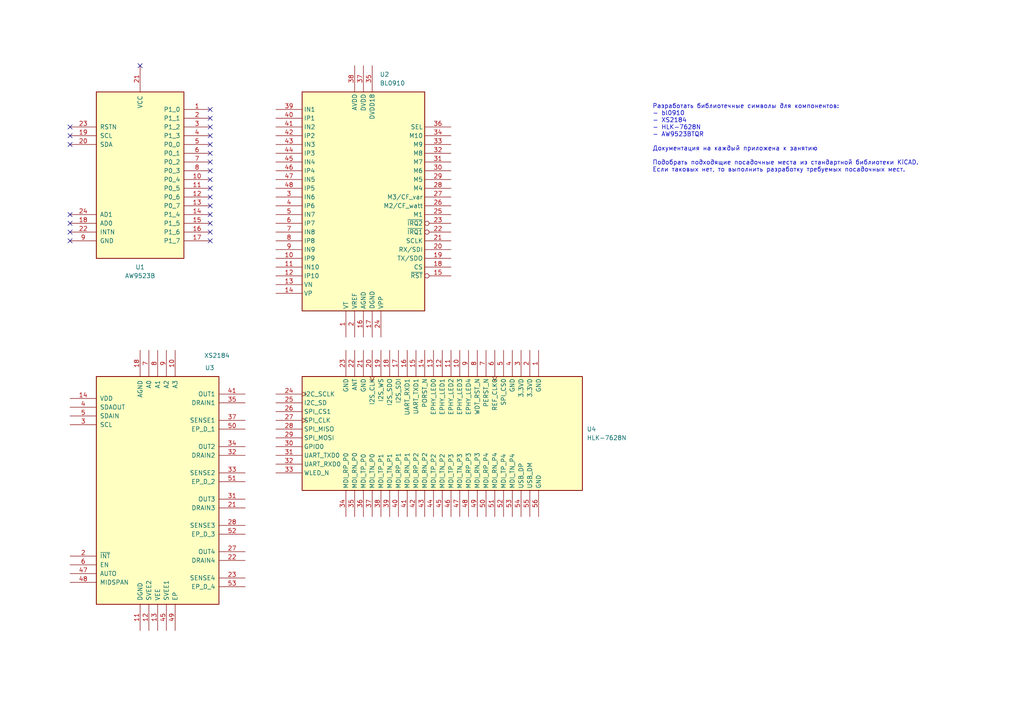
<source format=kicad_sch>
(kicad_sch (version 20231120) (generator "eeschema") (generator_version "8.0")
  (paper "A4")
  (lib_symbols
    (symbol "mipt:AW9523B" (pin_names (offset 1.016))
      (property "Reference" "U" (at 0 -2.54 0))
      (property "Value" "AW9523B" (at 0 2.54 0))
      (symbol "AW9523B_1_0"
        (rectangle (start -12.7 24.13) (end 12.7 -24.13) (stroke (width 0.254)) (fill (type background)))
      )
      (symbol "AW9523B_1_1"
        (pin bidirectional line (at 20.32 19.05 180) (length 7.62) (name "P1_0") (number "1"))
        (pin bidirectional line (at 20.32 -1.27 180) (length 7.62) (name "P0_4") (number "10"))
        (pin bidirectional line (at 20.32 -3.81 180) (length 7.62) (name "P0_5") (number "11"))
        (pin bidirectional line (at 20.32 -6.35 180) (length 7.62) (name "P0_6") (number "12"))
        (pin bidirectional line (at 20.32 -8.89 180) (length 7.62) (name "P0_7") (number "13"))
        (pin bidirectional line (at 20.32 -11.43 180) (length 7.62) (name "P1_4") (number "14"))
        (pin bidirectional line (at 20.32 -13.97 180) (length 7.62) (name "P1_5") (number "15"))
        (pin bidirectional line (at 20.32 -16.51 180) (length 7.62) (name "P1_6") (number "16"))
        (pin bidirectional line (at 20.32 -19.05 180) (length 7.62) (name "P1_7") (number "17"))
        (pin input line (at -20.32 -13.97 0) (length 7.62) (name "AD0") (number "18"))
        (pin input line (at -20.32 11.43 0) (length 7.62) (name "SCL") (number "19"))
        (pin bidirectional line (at 20.32 16.51 180) (length 7.62) (name "P1_1") (number "2"))
        (pin bidirectional line (at -20.32 8.89 0) (length 7.62) (name "SDA") (number "20"))
        (pin power_in line (at 0 31.75 270) (length 7.62) (name "VCC") (number "21"))
        (pin output line (at -20.32 -16.51 0) (length 7.62) (name "INTN") (number "22"))
        (pin input line (at -20.32 13.97 0) (length 7.62) (name "RSTN") (number "23"))
        (pin input line (at -20.32 -11.43 0) (length 7.62) (name "AD1") (number "24"))
        (pin bidirectional line (at 20.32 13.97 180) (length 7.62) (name "P1_2") (number "3"))
        (pin bidirectional line (at 20.32 11.43 180) (length 7.62) (name "P1_3") (number "4"))
        (pin bidirectional line (at 20.32 8.89 180) (length 7.62) (name "P0_0") (number "5"))
        (pin bidirectional line (at 20.32 6.35 180) (length 7.62) (name "P0_1") (number "6"))
        (pin bidirectional line (at 20.32 3.81 180) (length 7.62) (name "P0_2") (number "7"))
        (pin bidirectional line (at 20.32 1.27 180) (length 7.62) (name "P0_3") (number "8"))
        (pin power_in line (at -20.32 -19.05 0) (length 7.62) (name "GND") (number "9"))
      )
    )
    (symbol "mipt:HLK-7628N"
      (property "Reference" "U" (at 42.164 1.016 0))
      (property "Value" "HLK-7628N" (at 47.244 -1.524 0))
      (symbol "HLK-7628N_1_0"
        (rectangle (start -40.64 16.51) (end 40.64 -16.51) (stroke (width 0.254)) (fill (type background)))
      )
      (symbol "HLK-7628N_1_1"
        (pin power_in line (at 27.94 24.13 270) (length 7.62) (name "GND") (number "1"))
        (pin bidirectional line (at 5.08 24.13 270) (length 7.62) (name "EPHY_LED3") (number "10"))
        (pin bidirectional line (at 2.54 24.13 270) (length 7.62) (name "EPHY_LED2") (number "11"))
        (pin bidirectional line (at 0 24.13 270) (length 7.62) (name "EPHY_LED1") (number "12"))
        (pin bidirectional line (at -2.54 24.13 270) (length 7.62) (name "EPHY_LED0") (number "13"))
        (pin bidirectional line (at -5.08 24.13 270) (length 7.62) (name "PORST_N") (number "14"))
        (pin output line (at -7.62 24.13 270) (length 7.62) (name "UART_TXD1") (number "15"))
        (pin input line (at -10.16 24.13 270) (length 7.62) (name "UART_RXD1") (number "16"))
        (pin bidirectional line (at -12.7 24.13 270) (length 7.62) (name "I2S_SDI") (number "17"))
        (pin bidirectional line (at -15.24 24.13 270) (length 7.62) (name "I2S_SDO") (number "18"))
        (pin bidirectional line (at -17.78 24.13 270) (length 7.62) (name "I2S_WS") (number "19"))
        (pin power_in line (at 25.4 24.13 270) (length 7.62) (name "3.3VD") (number "2"))
        (pin bidirectional clock (at -20.32 24.13 270) (length 7.62) (name "I2S_CLK") (number "20"))
        (pin power_in line (at -22.86 24.13 270) (length 7.62) (name "GND") (number "21"))
        (pin bidirectional line (at -25.4 24.13 270) (length 7.62) (name "ANT") (number "22"))
        (pin power_in line (at -27.94 24.13 270) (length 7.62) (name "GND") (number "23"))
        (pin bidirectional clock (at -48.26 11.43 0) (length 7.62) (name "I2C_SCLK") (number "24"))
        (pin bidirectional line (at -48.26 8.89 0) (length 7.62) (name "I2C_SD") (number "25"))
        (pin bidirectional line (at -48.26 6.35 0) (length 7.62) (name "SPI_CS1") (number "26"))
        (pin bidirectional clock (at -48.26 3.81 0) (length 7.62) (name "SPI_CLK") (number "27"))
        (pin bidirectional line (at -48.26 1.27 0) (length 7.62) (name "SPI_MISO") (number "28"))
        (pin bidirectional line (at -48.26 -1.27 0) (length 7.62) (name "SPI_MOSI") (number "29"))
        (pin power_in line (at 22.86 24.13 270) (length 7.62) (name "3.3VD") (number "3"))
        (pin bidirectional line (at -48.26 -3.81 0) (length 7.62) (name "GPIO0") (number "30"))
        (pin output line (at -48.26 -6.35 0) (length 7.62) (name "UART_TXD0") (number "31"))
        (pin input line (at -48.26 -8.89 0) (length 7.62) (name "UART_RXD0") (number "32"))
        (pin bidirectional line (at -48.26 -11.43 0) (length 7.62) (name "WLED_N") (number "33"))
        (pin bidirectional line (at -27.94 -24.13 90) (length 7.62) (name "MDI_RP_P0") (number "34"))
        (pin bidirectional line (at -25.4 -24.13 90) (length 7.62) (name "MDI_RN_P0") (number "35"))
        (pin bidirectional line (at -22.86 -24.13 90) (length 7.62) (name "MDI_TP_P0") (number "36"))
        (pin bidirectional line (at -20.32 -24.13 90) (length 7.62) (name "MDI_TN_P0") (number "37"))
        (pin bidirectional line (at -17.78 -24.13 90) (length 7.62) (name "MDI_TP_P1") (number "38"))
        (pin bidirectional line (at -15.24 -24.13 90) (length 7.62) (name "MDI_TN_P1") (number "39"))
        (pin power_in line (at 20.32 24.13 270) (length 7.62) (name "GND") (number "4"))
        (pin bidirectional line (at -12.7 -24.13 90) (length 7.62) (name "MDI_RP_P1") (number "40"))
        (pin bidirectional line (at -10.16 -24.13 90) (length 7.62) (name "MDI_RN_P1") (number "41"))
        (pin bidirectional line (at -7.62 -24.13 90) (length 7.62) (name "MDI_RP_P2") (number "42"))
        (pin bidirectional line (at -5.08 -24.13 90) (length 7.62) (name "MDI_RN_P2") (number "43"))
        (pin bidirectional line (at -2.54 -24.13 90) (length 7.62) (name "MDI_TP_P2") (number "44"))
        (pin bidirectional line (at 0 -24.13 90) (length 7.62) (name "MDI_TN_P2") (number "45"))
        (pin bidirectional line (at 2.54 -24.13 90) (length 7.62) (name "MDI_TP_P3") (number "46"))
        (pin bidirectional line (at 5.08 -24.13 90) (length 7.62) (name "MDI_TN_P3") (number "47"))
        (pin bidirectional line (at 7.62 -24.13 90) (length 7.62) (name "MDI_RP_P3") (number "48"))
        (pin bidirectional line (at 10.16 -24.13 90) (length 7.62) (name "MDI_RN_P3") (number "49"))
        (pin bidirectional line (at 17.78 24.13 270) (length 7.62) (name "SPI_CS0") (number "5"))
        (pin bidirectional line (at 12.7 -24.13 90) (length 7.62) (name "MDI_RP_P4") (number "50"))
        (pin bidirectional line (at 15.24 -24.13 90) (length 7.62) (name "MDI_RN_P4") (number "51"))
        (pin bidirectional line (at 17.78 -24.13 90) (length 7.62) (name "MDI_TP_P4") (number "52"))
        (pin bidirectional line (at 20.32 -24.13 90) (length 7.62) (name "MDI_TN_P4") (number "53"))
        (pin bidirectional line (at 22.86 -24.13 90) (length 7.62) (name "USB_DP") (number "54"))
        (pin bidirectional line (at 25.4 -24.13 90) (length 7.62) (name "USB_DM") (number "55"))
        (pin power_in line (at 27.94 -24.13 90) (length 7.62) (name "GND") (number "56"))
        (pin bidirectional clock (at 15.24 24.13 270) (length 7.62) (name "REF_CLK0") (number "6"))
        (pin bidirectional line (at 12.7 24.13 270) (length 7.62) (name "PERST_N") (number "7"))
        (pin bidirectional line (at 10.16 24.13 270) (length 7.62) (name "WDT_RST_N") (number "8"))
        (pin bidirectional line (at 7.62 24.13 270) (length 7.62) (name "EPHY_LED4") (number "9"))
      )
    )
    (symbol "mipt:XS2184" (pin_names (offset 1.016))
      (property "Reference" "U" (at 0 -2.54 0))
      (property "Value" "XS2184" (at 0 2.54 0))
      (symbol "XS2184_1_0"
        (rectangle (start -17.78 33.02) (end 17.78 -33.02) (stroke (width 0.254)) (fill (type background)))
      )
      (symbol "XS2184_1_1"
        (pin passive line (at -25.4 0 0) (length 7.62) hide (name "N.C.") (number "1"))
        (pin input line (at 5.08 40.64 270) (length 7.62) (name "A3") (number "10"))
        (pin power_in line (at -5.08 -40.64 90) (length 7.62) (name "DGND") (number "11"))
        (pin power_in line (at -2.54 -40.64 90) (length 7.62) (name "SVEE2") (number "12"))
        (pin power_in line (at 0 -40.64 90) (length 7.62) (name "VEE") (number "13"))
        (pin power_in line (at -25.4 26.67 0) (length 7.62) (name "VDD") (number "14"))
        (pin passive line (at -25.4 0 0) (length 7.62) hide (name "N.C.") (number "15"))
        (pin passive line (at -25.4 0 0) (length 7.62) hide (name "N.C.") (number "16"))
        (pin passive line (at -25.4 0 0) (length 7.62) hide (name "N.C.") (number "17"))
        (pin power_in line (at -5.08 40.64 270) (length 7.62) (name "AGND") (number "18"))
        (pin passive line (at -25.4 0 0) (length 7.62) hide (name "N.C.") (number "19"))
        (pin output line (at -25.4 -19.05 0) (length 7.62) (name "~{INT}") (number "2"))
        (pin passive line (at -25.4 0 0) (length 7.62) hide (name "N.C.") (number "20"))
        (pin output line (at 25.4 -5.08 180) (length 7.62) (name "DRAIN3") (number "21"))
        (pin output line (at 25.4 -20.32 180) (length 7.62) (name "DRAIN4") (number "22"))
        (pin input line (at 25.4 -25.4 180) (length 7.62) (name "SENSE4") (number "23"))
        (pin passive line (at -25.4 0 0) (length 7.62) hide (name "N.C.") (number "24"))
        (pin output line (at 25.4 -22.86 180) (length 7.62) hide (name "DRAIN4") (number "25"))
        (pin output line (at 25.4 -22.86 180) (length 7.62) hide (name "DRAIN4") (number "26"))
        (pin output line (at 25.4 -17.78 180) (length 7.62) (name "OUT4") (number "27"))
        (pin input line (at 25.4 -10.16 180) (length 7.62) (name "SENSE3") (number "28"))
        (pin output line (at 25.4 -7.62 180) (length 7.62) hide (name "DRAIN3") (number "29"))
        (pin bidirectional line (at -25.4 19.05 0) (length 7.62) (name "SCL") (number "3"))
        (pin output line (at 25.4 -7.62 180) (length 7.62) hide (name "DRAIN3") (number "30"))
        (pin output line (at 25.4 -2.54 180) (length 7.62) (name "OUT3") (number "31"))
        (pin output line (at 25.4 10.16 180) (length 7.62) (name "DRAIN2") (number "32"))
        (pin input line (at 25.4 5.08 180) (length 7.62) (name "SENSE2") (number "33"))
        (pin output line (at 25.4 12.7 180) (length 7.62) (name "OUT2") (number "34"))
        (pin output line (at 25.4 25.4 180) (length 7.62) (name "DRAIN1") (number "35"))
        (pin output line (at 25.4 22.86 180) (length 7.62) hide (name "DRAIN1") (number "36"))
        (pin input line (at 25.4 20.32 180) (length 7.62) (name "SENSE1") (number "37"))
        (pin passive line (at -25.4 0 0) (length 7.62) hide (name "N.C.") (number "38"))
        (pin output line (at 25.4 22.86 180) (length 7.62) hide (name "DRAIN1") (number "39"))
        (pin output line (at -25.4 24.13 0) (length 7.62) (name "SDAOUT") (number "4"))
        (pin output line (at 25.4 7.62 180) (length 7.62) hide (name "DRAIN2") (number "40"))
        (pin output line (at 25.4 27.94 180) (length 7.62) (name "OUT1") (number "41"))
        (pin passive line (at -25.4 0 0) (length 7.62) hide (name "N.C.") (number "42"))
        (pin passive line (at -25.4 0 0) (length 7.62) hide (name "N.C.") (number "43"))
        (pin passive line (at -25.4 0 0) (length 7.62) hide (name "N.C.") (number "44"))
        (pin power_in line (at 2.54 -40.64 90) (length 7.62) (name "SVEE1") (number "45"))
        (pin passive line (at -25.4 0 0) (length 7.62) hide (name "N.C.") (number "46"))
        (pin input line (at -25.4 -24.13 0) (length 7.62) (name "AUTO") (number "47"))
        (pin input line (at -25.4 -26.67 0) (length 7.62) (name "MIDSPAN") (number "48"))
        (pin power_in line (at 5.08 -40.64 90) (length 7.62) (name "EP") (number "49"))
        (pin input line (at -25.4 21.59 0) (length 7.62) (name "SDAIN") (number "5"))
        (pin power_in line (at 25.4 17.78 180) (length 7.62) (name "EP_D_1") (number "50"))
        (pin power_in line (at 25.4 2.54 180) (length 7.62) (name "EP_D_2") (number "51"))
        (pin power_in line (at 25.4 -12.7 180) (length 7.62) (name "EP_D_3") (number "52"))
        (pin power_in line (at 25.4 -27.94 180) (length 7.62) (name "EP_D_4") (number "53"))
        (pin input line (at -25.4 -21.59 0) (length 7.62) (name "EN") (number "6"))
        (pin input line (at -2.54 40.64 270) (length 7.62) (name "A0") (number "7"))
        (pin input line (at 0 40.64 270) (length 7.62) (name "A1") (number "8"))
        (pin input line (at 2.54 40.64 270) (length 7.62) (name "A2") (number "9"))
      )
    )
    (symbol "mipt:bl0910"
      (property "Reference" "U" (at 0 1.27 0))
      (property "Value" "BL0910" (at 0 -1.27 0))
      (symbol "bl0910_1_0"
        (rectangle (start -17.78 29.21) (end 17.78 -34.29) (stroke (width 0.254)) (fill (type background)))
      )
      (symbol "bl0910_1_1"
        (pin input line (at -5.08 -41.91 90) (length 7.62) (name "VT") (number "1"))
        (pin input line (at -25.4 -19.05 0) (length 7.62) (name "IP9") (number "10"))
        (pin input line (at -25.4 -21.59 0) (length 7.62) (name "IN10") (number "11"))
        (pin input line (at -25.4 -24.13 0) (length 7.62) (name "IP10") (number "12"))
        (pin input line (at -25.4 -26.67 0) (length 7.62) (name "VN") (number "13"))
        (pin input line (at -25.4 -29.21 0) (length 7.62) (name "VP") (number "14"))
        (pin input inverted (at 25.4 -24.13 180) (length 7.62) (name "~{RST}") (number "15"))
        (pin input line (at 0 -41.91 90) (length 7.62) (name "AGND") (number "16"))
        (pin input line (at 2.54 -41.91 90) (length 7.62) (name "DGND") (number "17"))
        (pin input line (at 25.4 -21.59 180) (length 7.62) (name "CS") (number "18"))
        (pin output line (at 25.4 -19.05 180) (length 7.62) (name "TX/SDO") (number "19"))
        (pin bidirectional line (at -2.54 -41.91 90) (length 7.62) (name "VREF") (number "2"))
        (pin input line (at 25.4 -16.51 180) (length 7.62) (name "RX/SDI") (number "20"))
        (pin input line (at 25.4 -13.97 180) (length 7.62) (name "SCLK") (number "21"))
        (pin output inverted (at 25.4 -11.43 180) (length 7.62) (name "~{IRQ1}") (number "22"))
        (pin output inverted (at 25.4 -8.89 180) (length 7.62) (name "~{IRQ2}") (number "23"))
        (pin input line (at 5.08 -41.91 90) (length 7.62) (name "VPP") (number "24"))
        (pin output line (at 25.4 -6.35 180) (length 7.62) (name "M1") (number "25"))
        (pin output line (at 25.4 -3.81 180) (length 7.62) (name "M2/CF_watt") (number "26"))
        (pin output line (at 25.4 -1.27 180) (length 7.62) (name "M3/CF_var") (number "27"))
        (pin output line (at 25.4 1.27 180) (length 7.62) (name "M4") (number "28"))
        (pin output line (at 25.4 3.81 180) (length 7.62) (name "M5") (number "29"))
        (pin input line (at -25.4 -1.27 0) (length 7.62) (name "IN6") (number "3"))
        (pin output line (at 25.4 6.35 180) (length 7.62) (name "M6") (number "30"))
        (pin output line (at 25.4 8.89 180) (length 7.62) (name "M7") (number "31"))
        (pin output line (at 25.4 11.43 180) (length 7.62) (name "M8") (number "32"))
        (pin output line (at 25.4 13.97 180) (length 7.62) (name "M9") (number "33"))
        (pin output line (at 25.4 16.51 180) (length 7.62) (name "M10") (number "34"))
        (pin bidirectional line (at 2.54 36.83 270) (length 7.62) (name "DVDD18") (number "35"))
        (pin input line (at 25.4 19.05 180) (length 7.62) (name "SEL") (number "36"))
        (pin input line (at 0 36.83 270) (length 7.62) (name "DVDD") (number "37"))
        (pin input line (at -2.54 36.83 270) (length 7.62) (name "AVDD") (number "38"))
        (pin input line (at -25.4 24.13 0) (length 7.62) (name "IN1") (number "39"))
        (pin input line (at -25.4 -3.81 0) (length 7.62) (name "IP6") (number "4"))
        (pin input line (at -25.4 21.59 0) (length 7.62) (name "IP1") (number "40"))
        (pin input line (at -25.4 19.05 0) (length 7.62) (name "IN2") (number "41"))
        (pin input line (at -25.4 16.51 0) (length 7.62) (name "IP2") (number "42"))
        (pin input line (at -25.4 13.97 0) (length 7.62) (name "IN3") (number "43"))
        (pin input line (at -25.4 11.43 0) (length 7.62) (name "IP3") (number "44"))
        (pin input line (at -25.4 8.89 0) (length 7.62) (name "IN4") (number "45"))
        (pin input line (at -25.4 6.35 0) (length 7.62) (name "IP4") (number "46"))
        (pin input line (at -25.4 3.81 0) (length 7.62) (name "IN5") (number "47"))
        (pin input line (at -25.4 1.27 0) (length 7.62) (name "IP5") (number "48"))
        (pin input line (at -25.4 -6.35 0) (length 7.62) (name "IN7") (number "5"))
        (pin input line (at -25.4 -8.89 0) (length 7.62) (name "IP7") (number "6"))
        (pin input line (at -25.4 -11.43 0) (length 7.62) (name "IN8") (number "7"))
        (pin input line (at -25.4 -13.97 0) (length 7.62) (name "IP8") (number "8"))
        (pin input line (at -25.4 -16.51 0) (length 7.62) (name "IN9") (number "9"))
      )
    )
  )
  (no_connect (at 60.96 64.77))
  (no_connect (at 60.96 52.07))
  (no_connect (at 20.32 69.85))
  (no_connect (at 60.96 54.61))
  (no_connect (at 60.96 34.29))
  (no_connect (at 40.64 19.05))
  (no_connect (at 20.32 39.37))
  (no_connect (at 60.96 44.45))
  (no_connect (at 20.32 41.91))
  (no_connect (at 20.32 36.83))
  (no_connect (at 20.32 64.77))
  (no_connect (at 20.32 62.23))
  (no_connect (at 60.96 41.91))
  (no_connect (at 60.96 46.99))
  (no_connect (at 60.96 31.75))
  (no_connect (at 60.96 62.23))
  (no_connect (at 60.96 36.83))
  (no_connect (at 60.96 49.53))
  (no_connect (at 60.96 57.15))
  (no_connect (at 60.96 67.31))
  (no_connect (at 60.96 69.85))
  (no_connect (at 20.32 67.31))
  (no_connect (at 60.96 39.37))
  (no_connect (at 60.96 59.69))
  (text "Разработать библиотечные символы для компонентов:\n- bl0910\n- XS2184\n- HLK-7628N\n- AW9523BTQR\n\nДокументация на каждый приложена к занятию\n\nПодобрать подходящие посадочные места из стандартной библиотеки KiCAD. \nЕсли таковых нет, то выполнить разработку требуемых посадочных мест. \n" (at 189.23 40.132 0) (effects (font (size 1.27 1.27)) (justify left)))
  (symbol (lib_id "mipt:XS2184") (at 45.72 142.24 0) (unit 1)
    (property "Reference" "U3" (at 59.436 106.68 0) (effects (justify left)))
    (property "Value" "XS2184" (at 59.182 103.124 0) (effects (justify left)))
    (property "Footprint" "mipt:QFN-48-1EP_7x7mm_P0.5mm_EP5.6x5.6mm_1" (effects (hide yes)))
    (property "Datasheet" "./datasheets/XS2184 Datasheet CN V1.0.pdf" (effects (hide yes)))
  )
  (symbol (lib_id "mipt:HLK-7628N") (at 128.27 125.73 0) (unit 1)
    (property "Reference" "U4" (at 170.18 124.4599 0) (effects (justify left)))
    (property "Value" "HLK-7628N" (at 170.18 126.9999 0) (effects (justify left)))
    (property "Footprint" "mipt:HLK-7628N" (effects (hide yes)))
    (property "Datasheet" "./datasheets/HLK-7628N_V2.6.pdf" (effects (hide yes)))
  )
  (symbol (lib_id "mipt:AW9523B") (at 40.64 50.8 0) (unit 1)
    (property "Reference" "U1" (at 40.64 77.47 0))
    (property "Value" "AW9523B" (at 40.64 80.01 0))
    (property "Footprint" "mipt:TQFN-24-1EP_4x4mm_P0.5mm_EP2.1x2.1mm" (effects (hide yes)))
    (property "Datasheet" "./datasheets/AW9523+English+Datasheet.pdf" (effects (hide yes)))
  )
  (symbol (lib_id "mipt:bl0910") (at 105.41 55.88 0) (unit 1)
    (property "Reference" "U2" (at 110.1441 21.59 0) (effects (justify left)))
    (property "Value" "BL0910" (at 110.1441 24.13 0) (effects (justify left)))
    (property "Footprint" "Package_QFP:LQFP-48_7x7mm_P0.5mm" (effects (hide yes)))
    (property "Datasheet" "./datasheets/bl0910.pdf" (effects (hide yes)))
  )
)
</source>
